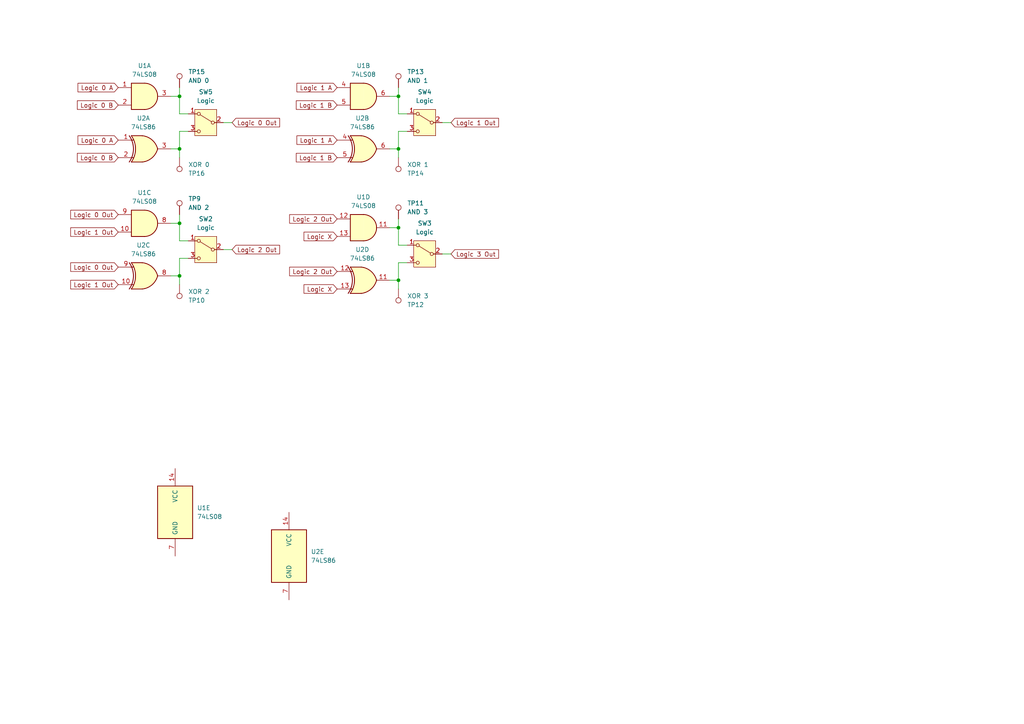
<source format=kicad_sch>
(kicad_sch (version 20231120) (generator "eeschema") (generator_version "8.0")
  (paper "A4")
  (title_block (title "Audio Thing Template") (rev "1.0") (company "velvia-fifty") (comment 1 "https://github.com/velvia-fifty/AudioThings") (comment 2 "You should have changed this already :)") (comment 4 "Stay humble"))
  (lib_symbols
    (symbol "74xx:74LS08" (pin_names (offset 1.016))
      (property "Reference" "U" (at 0 1.27 0))
      (property "Value" "74LS08" (at 0 -1.27 0))
      (symbol "74LS08_1_1"
        (arc (start 0 -3.81) (mid 3.7934 0) (end 0 3.81) (stroke (width 0.254)) (fill (type background)))
        (polyline (pts (xy 0 3.81) (xy -3.81 3.81) (xy -3.81 -3.81) (xy 0 -3.81)) (stroke (width 0.254)) (fill (type background)))
        (pin input line (at -7.62 2.54 0) (length 3.81) (name "~") (number "1"))
        (pin input line (at -7.62 -2.54 0) (length 3.81) (name "~") (number "2"))
        (pin output line (at 7.62 0 180) (length 3.81) (name "~") (number "3"))
      )
      (symbol "74LS08_1_2"
        (arc (start -3.81 -3.81) (mid -2.589 0) (end -3.81 3.81) (stroke (width 0.254)))
        (arc (start -0.6096 -3.81) (mid 2.1842 -2.5851) (end 3.81 0) (stroke (width 0.254)) (fill (type background)))
        (polyline (pts (xy -3.81 -3.81) (xy -0.635 -3.81)) (stroke (width 0.254)) (fill (type background)))
        (polyline (pts (xy -3.81 3.81) (xy -0.635 3.81)) (stroke (width 0.254)) (fill (type background)))
        (polyline (pts (xy -0.635 3.81) (xy -3.81 3.81) (xy -3.81 3.81) (xy -3.556 3.4036) (xy -3.0226 2.2606) (xy -2.6924 1.0414) (xy -2.6162 -0.254) (xy -2.7686 -1.4986) (xy -3.175 -2.7178) (xy -3.81 -3.81) (xy -3.81 -3.81) (xy -0.635 -3.81)) (stroke (width -25.4)) (fill (type background)))
        (arc (start 3.81 0) (mid 2.1915 2.5936) (end -0.6096 3.81) (stroke (width 0.254)) (fill (type background)))
        (pin input inverted (at -7.62 2.54 0) (length 4.318) (name "~") (number "1"))
        (pin input inverted (at -7.62 -2.54 0) (length 4.318) (name "~") (number "2"))
        (pin output inverted (at 7.62 0 180) (length 3.81) (name "~") (number "3"))
      )
      (symbol "74LS08_2_1"
        (arc (start 0 -3.81) (mid 3.7934 0) (end 0 3.81) (stroke (width 0.254)) (fill (type background)))
        (polyline (pts (xy 0 3.81) (xy -3.81 3.81) (xy -3.81 -3.81) (xy 0 -3.81)) (stroke (width 0.254)) (fill (type background)))
        (pin input line (at -7.62 2.54 0) (length 3.81) (name "~") (number "4"))
        (pin input line (at -7.62 -2.54 0) (length 3.81) (name "~") (number "5"))
        (pin output line (at 7.62 0 180) (length 3.81) (name "~") (number "6"))
      )
      (symbol "74LS08_2_2"
        (arc (start -3.81 -3.81) (mid -2.589 0) (end -3.81 3.81) (stroke (width 0.254)))
        (arc (start -0.6096 -3.81) (mid 2.1842 -2.5851) (end 3.81 0) (stroke (width 0.254)) (fill (type background)))
        (polyline (pts (xy -3.81 -3.81) (xy -0.635 -3.81)) (stroke (width 0.254)) (fill (type background)))
        (polyline (pts (xy -3.81 3.81) (xy -0.635 3.81)) (stroke (width 0.254)) (fill (type background)))
        (polyline (pts (xy -0.635 3.81) (xy -3.81 3.81) (xy -3.81 3.81) (xy -3.556 3.4036) (xy -3.0226 2.2606) (xy -2.6924 1.0414) (xy -2.6162 -0.254) (xy -2.7686 -1.4986) (xy -3.175 -2.7178) (xy -3.81 -3.81) (xy -3.81 -3.81) (xy -0.635 -3.81)) (stroke (width -25.4)) (fill (type background)))
        (arc (start 3.81 0) (mid 2.1915 2.5936) (end -0.6096 3.81) (stroke (width 0.254)) (fill (type background)))
        (pin input inverted (at -7.62 2.54 0) (length 4.318) (name "~") (number "4"))
        (pin input inverted (at -7.62 -2.54 0) (length 4.318) (name "~") (number "5"))
        (pin output inverted (at 7.62 0 180) (length 3.81) (name "~") (number "6"))
      )
      (symbol "74LS08_3_1"
        (arc (start 0 -3.81) (mid 3.7934 0) (end 0 3.81) (stroke (width 0.254)) (fill (type background)))
        (polyline (pts (xy 0 3.81) (xy -3.81 3.81) (xy -3.81 -3.81) (xy 0 -3.81)) (stroke (width 0.254)) (fill (type background)))
        (pin input line (at -7.62 -2.54 0) (length 3.81) (name "~") (number "10"))
        (pin output line (at 7.62 0 180) (length 3.81) (name "~") (number "8"))
        (pin input line (at -7.62 2.54 0) (length 3.81) (name "~") (number "9"))
      )
      (symbol "74LS08_3_2"
        (arc (start -3.81 -3.81) (mid -2.589 0) (end -3.81 3.81) (stroke (width 0.254)))
        (arc (start -0.6096 -3.81) (mid 2.1842 -2.5851) (end 3.81 0) (stroke (width 0.254)) (fill (type background)))
        (polyline (pts (xy -3.81 -3.81) (xy -0.635 -3.81)) (stroke (width 0.254)) (fill (type background)))
        (polyline (pts (xy -3.81 3.81) (xy -0.635 3.81)) (stroke (width 0.254)) (fill (type background)))
        (polyline (pts (xy -0.635 3.81) (xy -3.81 3.81) (xy -3.81 3.81) (xy -3.556 3.4036) (xy -3.0226 2.2606) (xy -2.6924 1.0414) (xy -2.6162 -0.254) (xy -2.7686 -1.4986) (xy -3.175 -2.7178) (xy -3.81 -3.81) (xy -3.81 -3.81) (xy -0.635 -3.81)) (stroke (width -25.4)) (fill (type background)))
        (arc (start 3.81 0) (mid 2.1915 2.5936) (end -0.6096 3.81) (stroke (width 0.254)) (fill (type background)))
        (pin input inverted (at -7.62 -2.54 0) (length 4.318) (name "~") (number "10"))
        (pin output inverted (at 7.62 0 180) (length 3.81) (name "~") (number "8"))
        (pin input inverted (at -7.62 2.54 0) (length 4.318) (name "~") (number "9"))
      )
      (symbol "74LS08_4_1"
        (arc (start 0 -3.81) (mid 3.7934 0) (end 0 3.81) (stroke (width 0.254)) (fill (type background)))
        (polyline (pts (xy 0 3.81) (xy -3.81 3.81) (xy -3.81 -3.81) (xy 0 -3.81)) (stroke (width 0.254)) (fill (type background)))
        (pin output line (at 7.62 0 180) (length 3.81) (name "~") (number "11"))
        (pin input line (at -7.62 2.54 0) (length 3.81) (name "~") (number "12"))
        (pin input line (at -7.62 -2.54 0) (length 3.81) (name "~") (number "13"))
      )
      (symbol "74LS08_4_2"
        (arc (start -3.81 -3.81) (mid -2.589 0) (end -3.81 3.81) (stroke (width 0.254)))
        (arc (start -0.6096 -3.81) (mid 2.1842 -2.5851) (end 3.81 0) (stroke (width 0.254)) (fill (type background)))
        (polyline (pts (xy -3.81 -3.81) (xy -0.635 -3.81)) (stroke (width 0.254)) (fill (type background)))
        (polyline (pts (xy -3.81 3.81) (xy -0.635 3.81)) (stroke (width 0.254)) (fill (type background)))
        (polyline (pts (xy -0.635 3.81) (xy -3.81 3.81) (xy -3.81 3.81) (xy -3.556 3.4036) (xy -3.0226 2.2606) (xy -2.6924 1.0414) (xy -2.6162 -0.254) (xy -2.7686 -1.4986) (xy -3.175 -2.7178) (xy -3.81 -3.81) (xy -3.81 -3.81) (xy -0.635 -3.81)) (stroke (width -25.4)) (fill (type background)))
        (arc (start 3.81 0) (mid 2.1915 2.5936) (end -0.6096 3.81) (stroke (width 0.254)) (fill (type background)))
        (pin output inverted (at 7.62 0 180) (length 3.81) (name "~") (number "11"))
        (pin input inverted (at -7.62 2.54 0) (length 4.318) (name "~") (number "12"))
        (pin input inverted (at -7.62 -2.54 0) (length 4.318) (name "~") (number "13"))
      )
      (symbol "74LS08_5_0"
        (pin power_in line (at 0 12.7 270) (length 5.08) (name "VCC") (number "14"))
        (pin power_in line (at 0 -12.7 90) (length 5.08) (name "GND") (number "7"))
      )
      (symbol "74LS08_5_1"
        (rectangle (start -5.08 7.62) (end 5.08 -7.62) (stroke (width 0.254)) (fill (type background)))
      )
    )
    (symbol "74xx:74LS86" (pin_names (offset 1.016))
      (property "Reference" "U" (at 0 1.27 0))
      (property "Value" "74LS86" (at 0 -1.27 0))
      (symbol "74LS86_1_0"
        (arc (start -4.4196 -3.81) (mid -3.2033 0) (end -4.4196 3.81) (stroke (width 0.254)))
        (arc (start -3.81 -3.81) (mid -2.589 0) (end -3.81 3.81) (stroke (width 0.254)))
        (arc (start -0.6096 -3.81) (mid 2.1842 -2.5851) (end 3.81 0) (stroke (width 0.254)) (fill (type background)))
        (polyline (pts (xy -3.81 -3.81) (xy -0.635 -3.81)) (stroke (width 0.254)) (fill (type background)))
        (polyline (pts (xy -3.81 3.81) (xy -0.635 3.81)) (stroke (width 0.254)) (fill (type background)))
        (polyline (pts (xy -0.635 3.81) (xy -3.81 3.81) (xy -3.81 3.81) (xy -3.556 3.4036) (xy -3.0226 2.2606) (xy -2.6924 1.0414) (xy -2.6162 -0.254) (xy -2.7686 -1.4986) (xy -3.175 -2.7178) (xy -3.81 -3.81) (xy -3.81 -3.81) (xy -0.635 -3.81)) (stroke (width -25.4)) (fill (type background)))
        (arc (start 3.81 0) (mid 2.1915 2.5936) (end -0.6096 3.81) (stroke (width 0.254)) (fill (type background)))
        (pin input line (at -7.62 2.54 0) (length 4.445) (name "~") (number "1"))
        (pin input line (at -7.62 -2.54 0) (length 4.445) (name "~") (number "2"))
        (pin output line (at 7.62 0 180) (length 3.81) (name "~") (number "3"))
      )
      (symbol "74LS86_1_1"
        (polyline (pts (xy -3.81 -2.54) (xy -3.175 -2.54)) (stroke (width 0.1524)))
        (polyline (pts (xy -3.81 2.54) (xy -3.175 2.54)) (stroke (width 0.1524)))
      )
      (symbol "74LS86_2_0"
        (arc (start -4.4196 -3.81) (mid -3.2033 0) (end -4.4196 3.81) (stroke (width 0.254)))
        (arc (start -3.81 -3.81) (mid -2.589 0) (end -3.81 3.81) (stroke (width 0.254)))
        (arc (start -0.6096 -3.81) (mid 2.1842 -2.5851) (end 3.81 0) (stroke (width 0.254)) (fill (type background)))
        (polyline (pts (xy -3.81 -3.81) (xy -0.635 -3.81)) (stroke (width 0.254)) (fill (type background)))
        (polyline (pts (xy -3.81 3.81) (xy -0.635 3.81)) (stroke (width 0.254)) (fill (type background)))
        (polyline (pts (xy -0.635 3.81) (xy -3.81 3.81) (xy -3.81 3.81) (xy -3.556 3.4036) (xy -3.0226 2.2606) (xy -2.6924 1.0414) (xy -2.6162 -0.254) (xy -2.7686 -1.4986) (xy -3.175 -2.7178) (xy -3.81 -3.81) (xy -3.81 -3.81) (xy -0.635 -3.81)) (stroke (width -25.4)) (fill (type background)))
        (arc (start 3.81 0) (mid 2.1915 2.5936) (end -0.6096 3.81) (stroke (width 0.254)) (fill (type background)))
        (pin input line (at -7.62 2.54 0) (length 4.445) (name "~") (number "4"))
        (pin input line (at -7.62 -2.54 0) (length 4.445) (name "~") (number "5"))
        (pin output line (at 7.62 0 180) (length 3.81) (name "~") (number "6"))
      )
      (symbol "74LS86_2_1"
        (polyline (pts (xy -3.81 -2.54) (xy -3.175 -2.54)) (stroke (width 0.1524)))
        (polyline (pts (xy -3.81 2.54) (xy -3.175 2.54)) (stroke (width 0.1524)))
      )
      (symbol "74LS86_3_0"
        (arc (start -4.4196 -3.81) (mid -3.2033 0) (end -4.4196 3.81) (stroke (width 0.254)))
        (arc (start -3.81 -3.81) (mid -2.589 0) (end -3.81 3.81) (stroke (width 0.254)))
        (arc (start -0.6096 -3.81) (mid 2.1842 -2.5851) (end 3.81 0) (stroke (width 0.254)) (fill (type background)))
        (polyline (pts (xy -3.81 -3.81) (xy -0.635 -3.81)) (stroke (width 0.254)) (fill (type background)))
        (polyline (pts (xy -3.81 3.81) (xy -0.635 3.81)) (stroke (width 0.254)) (fill (type background)))
        (polyline (pts (xy -0.635 3.81) (xy -3.81 3.81) (xy -3.81 3.81) (xy -3.556 3.4036) (xy -3.0226 2.2606) (xy -2.6924 1.0414) (xy -2.6162 -0.254) (xy -2.7686 -1.4986) (xy -3.175 -2.7178) (xy -3.81 -3.81) (xy -3.81 -3.81) (xy -0.635 -3.81)) (stroke (width -25.4)) (fill (type background)))
        (arc (start 3.81 0) (mid 2.1915 2.5936) (end -0.6096 3.81) (stroke (width 0.254)) (fill (type background)))
        (pin input line (at -7.62 -2.54 0) (length 4.445) (name "~") (number "10"))
        (pin output line (at 7.62 0 180) (length 3.81) (name "~") (number "8"))
        (pin input line (at -7.62 2.54 0) (length 4.445) (name "~") (number "9"))
      )
      (symbol "74LS86_3_1"
        (polyline (pts (xy -3.81 -2.54) (xy -3.175 -2.54)) (stroke (width 0.1524)))
        (polyline (pts (xy -3.81 2.54) (xy -3.175 2.54)) (stroke (width 0.1524)))
      )
      (symbol "74LS86_4_0"
        (arc (start -4.4196 -3.81) (mid -3.2033 0) (end -4.4196 3.81) (stroke (width 0.254)))
        (arc (start -3.81 -3.81) (mid -2.589 0) (end -3.81 3.81) (stroke (width 0.254)))
        (arc (start -0.6096 -3.81) (mid 2.1842 -2.5851) (end 3.81 0) (stroke (width 0.254)) (fill (type background)))
        (polyline (pts (xy -3.81 -3.81) (xy -0.635 -3.81)) (stroke (width 0.254)) (fill (type background)))
        (polyline (pts (xy -3.81 3.81) (xy -0.635 3.81)) (stroke (width 0.254)) (fill (type background)))
        (polyline (pts (xy -0.635 3.81) (xy -3.81 3.81) (xy -3.81 3.81) (xy -3.556 3.4036) (xy -3.0226 2.2606) (xy -2.6924 1.0414) (xy -2.6162 -0.254) (xy -2.7686 -1.4986) (xy -3.175 -2.7178) (xy -3.81 -3.81) (xy -3.81 -3.81) (xy -0.635 -3.81)) (stroke (width -25.4)) (fill (type background)))
        (arc (start 3.81 0) (mid 2.1915 2.5936) (end -0.6096 3.81) (stroke (width 0.254)) (fill (type background)))
        (pin output line (at 7.62 0 180) (length 3.81) (name "~") (number "11"))
        (pin input line (at -7.62 2.54 0) (length 4.445) (name "~") (number "12"))
        (pin input line (at -7.62 -2.54 0) (length 4.445) (name "~") (number "13"))
      )
      (symbol "74LS86_4_1"
        (polyline (pts (xy -3.81 -2.54) (xy -3.175 -2.54)) (stroke (width 0.1524)))
        (polyline (pts (xy -3.81 2.54) (xy -3.175 2.54)) (stroke (width 0.1524)))
      )
      (symbol "74LS86_5_0"
        (pin power_in line (at 0 12.7 270) (length 5.08) (name "VCC") (number "14"))
        (pin power_in line (at 0 -12.7 90) (length 5.08) (name "GND") (number "7"))
      )
      (symbol "74LS86_5_1"
        (rectangle (start -5.08 7.62) (end 5.08 -7.62) (stroke (width 0.254)) (fill (type background)))
      )
    )
    (symbol "Connector:TestPoint" (pin_numbers hide) (pin_names (offset 0.762) hide)
      (property "Reference" "TP" (at 0 6.858 0))
      (property "Value" "TestPoint" (at 0 5.08 0))
      (symbol "TestPoint_0_1"
        (circle (center 0 3.302) (radius 0.762))
      )
      (symbol "TestPoint_1_1"
        (pin passive line (at 0 0 90) (length 2.54) (name "1") (number "1"))
      )
    )
    (symbol "Switch:SW_SPDT" (pin_names (offset 0) hide)
      (property "Reference" "SW" (at 0 5.08 0))
      (property "Value" "SW_SPDT" (at 0 -5.08 0))
      (symbol "SW_SPDT_0_1"
        (circle (center -2.032 0) (radius 0.4572))
        (polyline (pts (xy -1.651 0.254) (xy 1.651 2.286)))
        (circle (center 2.032 -2.54) (radius 0.4572))
        (circle (center 2.032 2.54) (radius 0.4572))
      )
      (symbol "SW_SPDT_1_1"
        (rectangle (start -3.175 3.81) (end 3.175 -3.81) (fill (type background)))
        (pin passive line (at 5.08 2.54 180) (length 2.54) (name "A") (number "1"))
        (pin passive line (at -5.08 0 0) (length 2.54) (name "B") (number "2"))
        (pin passive line (at 5.08 -2.54 180) (length 2.54) (name "C") (number "3"))
      )
    )
  )
  (junction (at 115.57 43.18))
  (junction (at 52.07 64.77))
  (junction (at 115.57 27.94))
  (junction (at 52.07 27.94))
  (junction (at 115.57 81.28))
  (junction (at 52.07 80.01))
  (junction (at 115.57 66.04))
  (junction (at 52.07 43.18))
  (wire (pts (xy 52.07 82.55) (xy 52.07 80.01)))
  (wire (pts (xy 115.57 66.04) (xy 113.03 66.04)))
  (wire (pts (xy 49.53 80.01) (xy 52.07 80.01)))
  (wire (pts (xy 52.07 45.72) (xy 52.07 43.18)))
  (wire (pts (xy 115.57 71.12) (xy 115.57 66.04)))
  (wire (pts (xy 52.07 64.77) (xy 49.53 64.77)))
  (wire (pts (xy 115.57 83.82) (xy 115.57 81.28)))
  (wire (pts (xy 52.07 74.93) (xy 54.61 74.93)))
  (wire (pts (xy 54.61 33.02) (xy 52.07 33.02)))
  (wire (pts (xy 113.03 43.18) (xy 115.57 43.18)))
  (wire (pts (xy 128.27 35.56) (xy 130.81 35.56)))
  (wire (pts (xy 52.07 25.4) (xy 52.07 27.94)))
  (wire (pts (xy 115.57 25.4) (xy 115.57 27.94)))
  (wire (pts (xy 52.07 33.02) (xy 52.07 27.94)))
  (wire (pts (xy 64.77 72.39) (xy 67.31 72.39)))
  (wire (pts (xy 115.57 43.18) (xy 115.57 38.1)))
  (wire (pts (xy 128.27 73.66) (xy 130.81 73.66)))
  (wire (pts (xy 52.07 27.94) (xy 49.53 27.94)))
  (wire (pts (xy 118.11 71.12) (xy 115.57 71.12)))
  (wire (pts (xy 115.57 27.94) (xy 113.03 27.94)))
  (wire (pts (xy 115.57 63.5) (xy 115.57 66.04)))
  (wire (pts (xy 54.61 69.85) (xy 52.07 69.85)))
  (wire (pts (xy 52.07 69.85) (xy 52.07 64.77)))
  (wire (pts (xy 115.57 38.1) (xy 118.11 38.1)))
  (wire (pts (xy 115.57 81.28) (xy 115.57 76.2)))
  (wire (pts (xy 52.07 38.1) (xy 54.61 38.1)))
  (wire (pts (xy 52.07 62.23) (xy 52.07 64.77)))
  (wire (pts (xy 115.57 45.72) (xy 115.57 43.18)))
  (wire (pts (xy 64.77 35.56) (xy 67.31 35.56)))
  (wire (pts (xy 49.53 43.18) (xy 52.07 43.18)))
  (wire (pts (xy 118.11 33.02) (xy 115.57 33.02)))
  (wire (pts (xy 115.57 76.2) (xy 118.11 76.2)))
  (wire (pts (xy 113.03 81.28) (xy 115.57 81.28)))
  (wire (pts (xy 115.57 33.02) (xy 115.57 27.94)))
  (wire (pts (xy 52.07 43.18) (xy 52.07 38.1)))
  (wire (pts (xy 52.07 80.01) (xy 52.07 74.93)))
  (global_label "Logic 2 Out" (shape input) (at 97.79 63.5 180) (property "Intersheetrefs" "${INTERSHEET_REFS}" (effects (hide yes))))
  (global_label "Logic X" (shape input) (at 97.79 68.58 180) (property "Intersheetrefs" "${INTERSHEET_REFS}" (effects (hide yes))))
  (global_label "Logic 0 Out" (shape input) (at 34.29 62.23 180) (property "Intersheetrefs" "${INTERSHEET_REFS}" (effects (hide yes))))
  (global_label "Logic 1 Out" (shape input) (at 130.81 35.56 0) (property "Intersheetrefs" "${INTERSHEET_REFS}" (effects (hide yes))))
  (global_label "Logic 1 Out" (shape input) (at 34.29 67.31 180) (property "Intersheetrefs" "${INTERSHEET_REFS}" (effects (hide yes))))
  (global_label "Logic 2 Out" (shape input) (at 67.31 72.39 0) (property "Intersheetrefs" "${INTERSHEET_REFS}" (effects (hide yes))))
  (global_label "Logic 1 A" (shape input) (at 97.79 25.4 180) (property "Intersheetrefs" "${INTERSHEET_REFS}" (effects (hide yes))))
  (global_label "Logic 0 B" (shape input) (at 34.29 45.72 180) (property "Intersheetrefs" "${INTERSHEET_REFS}" (effects (hide yes))))
  (global_label "Logic 2 Out" (shape input) (at 97.79 78.74 180) (property "Intersheetrefs" "${INTERSHEET_REFS}" (effects (hide yes))))
  (global_label "Logic X" (shape input) (at 97.79 83.82 180) (property "Intersheetrefs" "${INTERSHEET_REFS}" (effects (hide yes))))
  (global_label "Logic 1 A" (shape input) (at 97.79 40.64 180) (property "Intersheetrefs" "${INTERSHEET_REFS}" (effects (hide yes))))
  (global_label "Logic 3 Out" (shape input) (at 130.81 73.66 0) (property "Intersheetrefs" "${INTERSHEET_REFS}" (effects (hide yes))))
  (global_label "Logic 1 B" (shape input) (at 97.79 45.72 180) (property "Intersheetrefs" "${INTERSHEET_REFS}" (effects (hide yes))))
  (global_label "Logic 1 B" (shape input) (at 97.79 30.48 180) (property "Intersheetrefs" "${INTERSHEET_REFS}" (effects (hide yes))))
  (global_label "Logic 0 Out" (shape input) (at 67.31 35.56 0) (property "Intersheetrefs" "${INTERSHEET_REFS}" (effects (hide yes))))
  (global_label "Logic 0 B" (shape input) (at 34.29 30.48 180) (property "Intersheetrefs" "${INTERSHEET_REFS}" (effects (hide yes))))
  (global_label "Logic 1 Out" (shape input) (at 34.29 82.55 180) (property "Intersheetrefs" "${INTERSHEET_REFS}" (effects (hide yes))))
  (global_label "Logic 0 Out" (shape input) (at 34.29 77.47 180) (property "Intersheetrefs" "${INTERSHEET_REFS}" (effects (hide yes))))
  (global_label "Logic 0 A" (shape input) (at 34.29 25.4 180) (property "Intersheetrefs" "${INTERSHEET_REFS}" (effects (hide yes))))
  (global_label "Logic 0 A" (shape input) (at 34.29 40.64 180) (property "Intersheetrefs" "${INTERSHEET_REFS}" (effects (hide yes))))
  (symbol (lib_id "Switch:SW_SPDT") (at 59.69 72.39 0) (mirror y) (unit 1)
    (property "Reference" "SW2" (at 59.69 63.5 0))
    (property "Value" "Logic" (at 59.69 66.04 0))
    (property "Footprint" "PCM_4ms_Switch:Switch_Toggle_SPDT_SubMini" (effects (hide yes)))
    (property "Description" "Switch, single pole double throw" (effects (hide yes)))
  )
  (symbol (lib_id "74xx:74LS86") (at 105.41 43.18 0) (unit 2)
    (property "Reference" "U2" (at 105.1052 34.29 0))
    (property "Value" "74LS86" (at 105.1052 36.83 0))
    (property "Footprint" "Package_SO:TSSOP-14_4.4x5mm_P0.65mm" (effects (hide yes)))
    (property "Datasheet" "74xx/74ls86.pdf" (effects (hide yes)))
    (property "Description" "Quad 2-input XOR" (effects (hide yes)))
  )
  (symbol (lib_id "74xx:74LS86") (at 41.91 43.18 0) (unit 1)
    (property "Reference" "U2" (at 41.6052 34.29 0))
    (property "Value" "74LS86" (at 41.6052 36.83 0))
    (property "Footprint" "Package_SO:TSSOP-14_4.4x5mm_P0.65mm" (effects (hide yes)))
    (property "Datasheet" "74xx/74ls86.pdf" (effects (hide yes)))
    (property "Description" "Quad 2-input XOR" (effects (hide yes)))
  )
  (symbol (lib_id "Connector:TestPoint") (at 52.07 62.23 0) (unit 1)
    (property "Reference" "TP9" (at 54.61 57.6579 0) (effects (justify left)))
    (property "Value" "AND 2" (at 54.61 60.1979 0) (effects (justify left)))
    (property "Footprint" "TestPoint:TestPoint_Pad_1.5x1.5mm" (effects (hide yes)))
    (property "Description" "test point" (effects (hide yes)))
  )
  (symbol (lib_id "Connector:TestPoint") (at 115.57 63.5 0) (unit 1)
    (property "Reference" "TP11" (at 118.11 58.9279 0) (effects (justify left)))
    (property "Value" "AND 3" (at 118.11 61.4679 0) (effects (justify left)))
    (property "Footprint" "TestPoint:TestPoint_Pad_1.5x1.5mm" (effects (hide yes)))
    (property "Description" "test point" (effects (hide yes)))
  )
  (symbol (lib_id "74xx:74LS08") (at 41.91 27.94 0) (unit 1)
    (property "Reference" "U1" (at 41.9017 19.05 0))
    (property "Value" "74LS08" (at 41.9017 21.59 0))
    (property "Footprint" "Package_SO:TSSOP-14_4.4x5mm_P0.65mm" (effects (hide yes)))
    (property "Datasheet" "http://www.ti.com/lit/gpn/sn74LS08" (effects (hide yes)))
    (property "Description" "Quad And2" (effects (hide yes)))
  )
  (symbol (lib_id "Switch:SW_SPDT") (at 59.69 35.56 0) (mirror y) (unit 1)
    (property "Reference" "SW5" (at 59.69 26.67 0))
    (property "Value" "Logic" (at 59.69 29.21 0))
    (property "Footprint" "PCM_4ms_Switch:Switch_Toggle_SPDT_SubMini" (effects (hide yes)))
    (property "Description" "Switch, single pole double throw" (effects (hide yes)))
  )
  (symbol (lib_id "Switch:SW_SPDT") (at 123.19 35.56 0) (mirror y) (unit 1)
    (property "Reference" "SW4" (at 123.19 26.67 0))
    (property "Value" "Logic" (at 123.19 29.21 0))
    (property "Footprint" "PCM_4ms_Switch:Switch_Toggle_SPDT_SubMini" (effects (hide yes)))
    (property "Description" "Switch, single pole double throw" (effects (hide yes)))
  )
  (symbol (lib_id "Connector:TestPoint") (at 52.07 45.72 0) (mirror x) (unit 1)
    (property "Reference" "TP16" (at 54.61 50.2921 0) (effects (justify left)))
    (property "Value" "XOR 0" (at 54.61 47.7521 0) (effects (justify left)))
    (property "Footprint" "TestPoint:TestPoint_Pad_1.5x1.5mm" (effects (hide yes)))
    (property "Description" "test point" (effects (hide yes)))
  )
  (symbol (lib_id "Connector:TestPoint") (at 115.57 25.4 0) (unit 1)
    (property "Reference" "TP13" (at 118.11 20.8279 0) (effects (justify left)))
    (property "Value" "AND 1" (at 118.11 23.3679 0) (effects (justify left)))
    (property "Footprint" "TestPoint:TestPoint_Pad_1.5x1.5mm" (effects (hide yes)))
    (property "Description" "test point" (effects (hide yes)))
  )
  (symbol (lib_id "74xx:74LS86") (at 83.82 161.29 0) (unit 5)
    (property "Reference" "U2" (at 90.17 160.0199 0) (effects (justify left)))
    (property "Value" "74LS86" (at 90.17 162.5599 0) (effects (justify left)))
    (property "Footprint" "Package_SO:TSSOP-14_4.4x5mm_P0.65mm" (effects (hide yes)))
    (property "Datasheet" "74xx/74ls86.pdf" (effects (hide yes)))
    (property "Description" "Quad 2-input XOR" (effects (hide yes)))
  )
  (symbol (lib_id "74xx:74LS08") (at 105.41 27.94 0) (unit 2)
    (property "Reference" "U1" (at 105.4017 19.05 0))
    (property "Value" "74LS08" (at 105.4017 21.59 0))
    (property "Footprint" "Package_SO:TSSOP-14_4.4x5mm_P0.65mm" (effects (hide yes)))
    (property "Datasheet" "http://www.ti.com/lit/gpn/sn74LS08" (effects (hide yes)))
    (property "Description" "Quad And2" (effects (hide yes)))
  )
  (symbol (lib_id "74xx:74LS86") (at 41.91 80.01 0) (unit 3)
    (property "Reference" "U2" (at 41.6052 71.12 0))
    (property "Value" "74LS86" (at 41.6052 73.66 0))
    (property "Footprint" "Package_SO:TSSOP-14_4.4x5mm_P0.65mm" (effects (hide yes)))
    (property "Datasheet" "74xx/74ls86.pdf" (effects (hide yes)))
    (property "Description" "Quad 2-input XOR" (effects (hide yes)))
  )
  (symbol (lib_id "74xx:74LS08") (at 50.8 148.59 0) (unit 5)
    (property "Reference" "U1" (at 57.15 147.3199 0) (effects (justify left)))
    (property "Value" "74LS08" (at 57.15 149.8599 0) (effects (justify left)))
    (property "Footprint" "Package_SO:TSSOP-14_4.4x5mm_P0.65mm" (effects (hide yes)))
    (property "Datasheet" "http://www.ti.com/lit/gpn/sn74LS08" (effects (hide yes)))
    (property "Description" "Quad And2" (effects (hide yes)))
  )
  (symbol (lib_id "Connector:TestPoint") (at 52.07 82.55 0) (mirror x) (unit 1)
    (property "Reference" "TP10" (at 54.61 87.1221 0) (effects (justify left)))
    (property "Value" "XOR 2" (at 54.61 84.5821 0) (effects (justify left)))
    (property "Footprint" "TestPoint:TestPoint_Pad_1.5x1.5mm" (effects (hide yes)))
    (property "Description" "test point" (effects (hide yes)))
  )
  (symbol (lib_id "Switch:SW_SPDT") (at 123.19 73.66 0) (mirror y) (unit 1)
    (property "Reference" "SW3" (at 123.19 64.77 0))
    (property "Value" "Logic" (at 123.19 67.31 0))
    (property "Footprint" "PCM_4ms_Switch:Switch_Toggle_SPDT_SubMini" (effects (hide yes)))
    (property "Description" "Switch, single pole double throw" (effects (hide yes)))
  )
  (symbol (lib_id "Connector:TestPoint") (at 115.57 45.72 0) (mirror x) (unit 1)
    (property "Reference" "TP14" (at 118.11 50.2921 0) (effects (justify left)))
    (property "Value" "XOR 1" (at 118.11 47.7521 0) (effects (justify left)))
    (property "Footprint" "TestPoint:TestPoint_Pad_1.5x1.5mm" (effects (hide yes)))
    (property "Description" "test point" (effects (hide yes)))
  )
  (symbol (lib_id "74xx:74LS08") (at 105.41 66.04 0) (unit 4)
    (property "Reference" "U1" (at 105.4017 57.15 0))
    (property "Value" "74LS08" (at 105.4017 59.69 0))
    (property "Footprint" "Package_SO:TSSOP-14_4.4x5mm_P0.65mm" (effects (hide yes)))
    (property "Datasheet" "http://www.ti.com/lit/gpn/sn74LS08" (effects (hide yes)))
    (property "Description" "Quad And2" (effects (hide yes)))
  )
  (symbol (lib_id "Connector:TestPoint") (at 115.57 83.82 0) (mirror x) (unit 1)
    (property "Reference" "TP12" (at 118.11 88.3921 0) (effects (justify left)))
    (property "Value" "XOR 3" (at 118.11 85.8521 0) (effects (justify left)))
    (property "Footprint" "TestPoint:TestPoint_Pad_1.5x1.5mm" (effects (hide yes)))
    (property "Description" "test point" (effects (hide yes)))
  )
  (symbol (lib_id "Connector:TestPoint") (at 52.07 25.4 0) (unit 1)
    (property "Reference" "TP15" (at 54.61 20.8279 0) (effects (justify left)))
    (property "Value" "AND 0" (at 54.61 23.3679 0) (effects (justify left)))
    (property "Footprint" "TestPoint:TestPoint_Pad_1.5x1.5mm" (effects (hide yes)))
    (property "Description" "test point" (effects (hide yes)))
  )
  (symbol (lib_id "74xx:74LS08") (at 41.91 64.77 0) (unit 3)
    (property "Reference" "U1" (at 41.9017 55.88 0))
    (property "Value" "74LS08" (at 41.9017 58.42 0))
    (property "Footprint" "Package_SO:TSSOP-14_4.4x5mm_P0.65mm" (effects (hide yes)))
    (property "Datasheet" "http://www.ti.com/lit/gpn/sn74LS08" (effects (hide yes)))
    (property "Description" "Quad And2" (effects (hide yes)))
  )
  (symbol (lib_id "74xx:74LS86") (at 105.41 81.28 0) (unit 4)
    (property "Reference" "U2" (at 105.1052 72.39 0))
    (property "Value" "74LS86" (at 105.1052 74.93 0))
    (property "Footprint" "Package_SO:TSSOP-14_4.4x5mm_P0.65mm" (effects (hide yes)))
    (property "Datasheet" "74xx/74ls86.pdf" (effects (hide yes)))
    (property "Description" "Quad 2-input XOR" (effects (hide yes)))
  )
)
</source>
